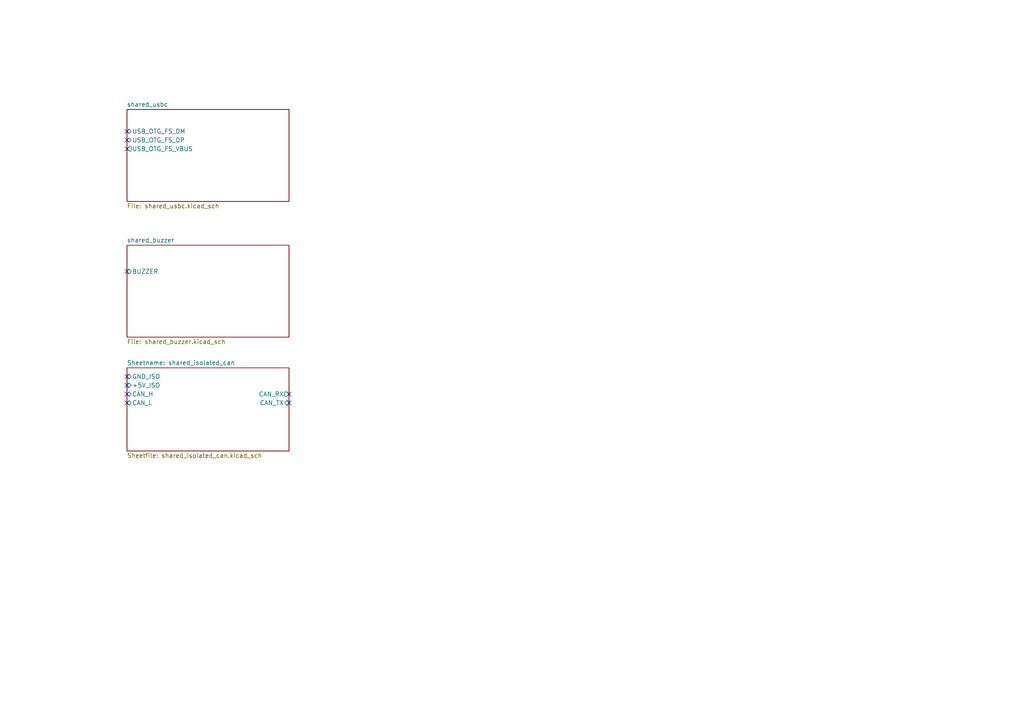
<source format=kicad_sch>
(kicad_sch
	(version 20250114)
	(generator "eeschema")
	(generator_version "9.0")
	(uuid "09e08bdc-786f-4949-8afc-e02ddbe0502e")
	(paper "A4")
	(lib_symbols)
	(no_connect
		(at 83.82 114.3)
		(uuid "28876fa2-bb2a-4871-80b3-37795c193dbf")
	)
	(no_connect
		(at 36.83 78.74)
		(uuid "327c44cd-7426-47f5-8339-b64a7bb87698")
	)
	(no_connect
		(at 36.83 111.76)
		(uuid "43492688-478e-492f-b770-f5912777a19a")
	)
	(no_connect
		(at 36.83 40.64)
		(uuid "654ba70a-08cb-4d31-9808-1f9b2d5fb4b4")
	)
	(no_connect
		(at 36.83 43.18)
		(uuid "6d81dce9-0318-41f8-b5bd-22b243436331")
	)
	(no_connect
		(at 83.82 116.84)
		(uuid "acca2ea4-7ca2-4f3f-bce4-2192f6e04f19")
	)
	(no_connect
		(at 36.83 114.3)
		(uuid "b75fdada-aca4-41fd-b4fb-500dcf8c3722")
	)
	(no_connect
		(at 36.83 116.84)
		(uuid "b9ad3a7f-0673-4ecf-a8d8-74eaad8067da")
	)
	(no_connect
		(at 36.83 109.22)
		(uuid "c2664516-2014-482a-8898-d23879e374e6")
	)
	(no_connect
		(at 36.83 38.1)
		(uuid "d69e3274-1f68-4782-90ee-a0126324bddc")
	)
	(sheet
		(at 36.83 71.12)
		(size 46.99 26.67)
		(exclude_from_sim no)
		(in_bom yes)
		(on_board yes)
		(dnp no)
		(fields_autoplaced yes)
		(stroke
			(width 0.1524)
			(type solid)
		)
		(fill
			(color 0 0 0 0.0000)
		)
		(uuid "1a1ef1d0-80f8-40e1-820b-d8a0de9a6f67")
		(property "Sheetname" "shared_buzzer"
			(at 36.83 70.4084 0)
			(effects
				(font
					(size 1.27 1.27)
				)
				(justify left bottom)
			)
		)
		(property "Sheetfile" "shared_buzzer.kicad_sch"
			(at 36.83 98.3746 0)
			(effects
				(font
					(size 1.27 1.27)
				)
				(justify left top)
			)
		)
		(pin "BUZZER" input
			(at 36.83 78.74 180)
			(uuid "dddab2f7-7b24-484e-bbdd-e580c2f062cf")
			(effects
				(font
					(size 1.27 1.27)
				)
				(justify left)
			)
		)
		(instances
			(project "z9-shared"
				(path "/09e08bdc-786f-4949-8afc-e02ddbe0502e"
					(page "700")
				)
			)
		)
	)
	(sheet
		(at 36.83 31.75)
		(size 46.99 26.67)
		(exclude_from_sim no)
		(in_bom yes)
		(on_board yes)
		(dnp no)
		(fields_autoplaced yes)
		(stroke
			(width 0.1524)
			(type solid)
		)
		(fill
			(color 0 0 0 0.0000)
		)
		(uuid "1f4251eb-3452-4303-bba0-dce7319e59b1")
		(property "Sheetname" "shared_usbc"
			(at 36.83 31.0384 0)
			(effects
				(font
					(size 1.27 1.27)
				)
				(justify left bottom)
			)
		)
		(property "Sheetfile" "shared_usbc.kicad_sch"
			(at 36.83 59.0046 0)
			(effects
				(font
					(size 1.27 1.27)
				)
				(justify left top)
			)
		)
		(pin "USB_OTG_FS_DM" bidirectional
			(at 36.83 38.1 180)
			(uuid "c3beafdb-0c8e-4ddc-b22d-c97d136ed486")
			(effects
				(font
					(size 1.27 1.27)
				)
				(justify left)
			)
		)
		(pin "USB_OTG_FS_DP" bidirectional
			(at 36.83 40.64 180)
			(uuid "35b98411-ebdb-47ca-bda7-f56417fa3989")
			(effects
				(font
					(size 1.27 1.27)
				)
				(justify left)
			)
		)
		(pin "USB_OTG_FS_VBUS" output
			(at 36.83 43.18 180)
			(uuid "00f992b4-1413-4bd5-94f0-0f0233e7928f")
			(effects
				(font
					(size 1.27 1.27)
				)
				(justify left)
			)
		)
		(instances
			(project "z9-shared"
				(path "/09e08bdc-786f-4949-8afc-e02ddbe0502e"
					(page "800")
				)
			)
		)
	)
	(sheet
		(at 36.83 106.68)
		(size 46.99 24.13)
		(exclude_from_sim no)
		(in_bom yes)
		(on_board yes)
		(dnp no)
		(fields_autoplaced yes)
		(stroke
			(width 0.1524)
			(type solid)
		)
		(fill
			(color 0 0 0 0.0000)
		)
		(uuid "a613cbdc-c893-46e2-859f-3c7622690192")
		(property "Sheetname" "shared_isolated_can"
			(at 36.83 105.9684 0)
			(show_name yes)
			(effects
				(font
					(size 1.27 1.27)
				)
				(justify left bottom)
			)
		)
		(property "Sheetfile" "shared_isolated_can.kicad_sch"
			(at 36.83 131.3946 0)
			(show_name yes)
			(effects
				(font
					(size 1.27 1.27)
				)
				(justify left top)
			)
		)
		(pin "+5V_ISO" input
			(at 36.83 111.76 180)
			(uuid "50c5ba36-1456-407e-a582-b0a22c57bbf1")
			(effects
				(font
					(size 1.27 1.27)
				)
				(justify left)
			)
		)
		(pin "CAN_H" bidirectional
			(at 36.83 114.3 180)
			(uuid "950faf36-27a1-484b-b41e-67d5ca93164a")
			(effects
				(font
					(size 1.27 1.27)
				)
				(justify left)
			)
		)
		(pin "CAN_L" bidirectional
			(at 36.83 116.84 180)
			(uuid "4499bfa7-34b0-437a-a922-c688aac528b2")
			(effects
				(font
					(size 1.27 1.27)
				)
				(justify left)
			)
		)
		(pin "CAN_RX" output
			(at 83.82 114.3 0)
			(uuid "039f417c-dd8d-4935-806e-d169700f1fc5")
			(effects
				(font
					(size 1.27 1.27)
				)
				(justify right)
			)
		)
		(pin "CAN_TX" input
			(at 83.82 116.84 0)
			(uuid "c1577b9a-b5a2-442c-9348-a49d7ed3dc69")
			(effects
				(font
					(size 1.27 1.27)
				)
				(justify right)
			)
		)
		(pin "GND_ISO" input
			(at 36.83 109.22 180)
			(uuid "d5aad261-84f1-4993-b49f-5979aff21fc7")
			(effects
				(font
					(size 1.27 1.27)
				)
				(justify left)
			)
		)
		(instances
			(project "z9-shared"
				(path "/09e08bdc-786f-4949-8afc-e02ddbe0502e"
					(page "950")
				)
			)
		)
	)
	(sheet_instances
		(path "/"
			(page "1")
		)
	)
	(embedded_fonts no)
)

</source>
